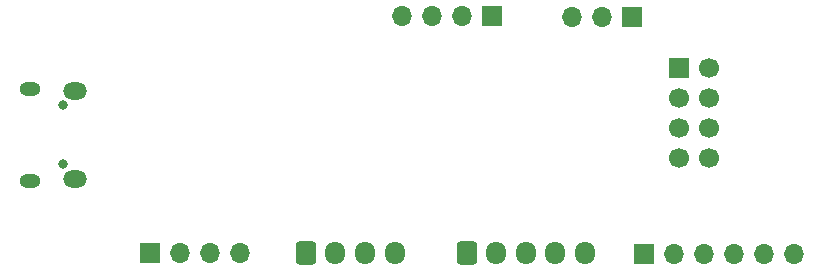
<source format=gbr>
%TF.GenerationSoftware,KiCad,Pcbnew,(6.0.11)*%
%TF.CreationDate,2023-08-09T20:09:53+02:00*%
%TF.ProjectId,Box_domotique_A,426f785f-646f-46d6-9f74-697175655f41,rev?*%
%TF.SameCoordinates,Original*%
%TF.FileFunction,Soldermask,Bot*%
%TF.FilePolarity,Negative*%
%FSLAX46Y46*%
G04 Gerber Fmt 4.6, Leading zero omitted, Abs format (unit mm)*
G04 Created by KiCad (PCBNEW (6.0.11)) date 2023-08-09 20:09:53*
%MOMM*%
%LPD*%
G01*
G04 APERTURE LIST*
G04 Aperture macros list*
%AMRoundRect*
0 Rectangle with rounded corners*
0 $1 Rounding radius*
0 $2 $3 $4 $5 $6 $7 $8 $9 X,Y pos of 4 corners*
0 Add a 4 corners polygon primitive as box body*
4,1,4,$2,$3,$4,$5,$6,$7,$8,$9,$2,$3,0*
0 Add four circle primitives for the rounded corners*
1,1,$1+$1,$2,$3*
1,1,$1+$1,$4,$5*
1,1,$1+$1,$6,$7*
1,1,$1+$1,$8,$9*
0 Add four rect primitives between the rounded corners*
20,1,$1+$1,$2,$3,$4,$5,0*
20,1,$1+$1,$4,$5,$6,$7,0*
20,1,$1+$1,$6,$7,$8,$9,0*
20,1,$1+$1,$8,$9,$2,$3,0*%
G04 Aperture macros list end*
%ADD10R,1.700000X1.700000*%
%ADD11O,1.700000X1.700000*%
%ADD12RoundRect,0.250000X-0.600000X-0.725000X0.600000X-0.725000X0.600000X0.725000X-0.600000X0.725000X0*%
%ADD13O,1.700000X1.950000*%
%ADD14O,0.800000X0.800000*%
%ADD15O,1.800000X1.150000*%
%ADD16O,2.000000X1.450000*%
%ADD17C,1.700000*%
G04 APERTURE END LIST*
D10*
%TO.C,J4*%
X133030200Y-62001400D03*
D11*
X130490200Y-62001400D03*
X127950200Y-62001400D03*
%TD*%
D12*
%TO.C,J6*%
X105393800Y-81996000D03*
D13*
X107893800Y-81996000D03*
X110393800Y-81996000D03*
X112893800Y-81996000D03*
%TD*%
D14*
%TO.C,J3*%
X84800000Y-74500000D03*
X84800000Y-69500000D03*
D15*
X82050000Y-75875000D03*
D16*
X85850000Y-75725000D03*
D15*
X82050000Y-68125000D03*
D16*
X85850000Y-68275000D03*
%TD*%
D12*
%TO.C,J7*%
X119000000Y-82000000D03*
D13*
X121500000Y-82000000D03*
X124000000Y-82000000D03*
X126500000Y-82000000D03*
X129000000Y-82000000D03*
%TD*%
D10*
%TO.C,J2*%
X92200000Y-82000000D03*
D11*
X94740000Y-82000000D03*
X97280000Y-82000000D03*
X99820000Y-82000000D03*
%TD*%
D10*
%TO.C,U4*%
X137000000Y-66375000D03*
D17*
X139540000Y-66375000D03*
X137000000Y-68915000D03*
X139540000Y-68915000D03*
X137000000Y-71455000D03*
X139540000Y-71455000D03*
X137000000Y-73995000D03*
X139540000Y-73995000D03*
%TD*%
D10*
%TO.C,J5*%
X121107200Y-61925200D03*
D11*
X118567200Y-61925200D03*
X116027200Y-61925200D03*
X113487200Y-61925200D03*
%TD*%
D10*
%TO.C,J1*%
X133985000Y-82118200D03*
D11*
X136525000Y-82118200D03*
X139065000Y-82118200D03*
X141605000Y-82118200D03*
X144145000Y-82118200D03*
X146685000Y-82118200D03*
%TD*%
M02*

</source>
